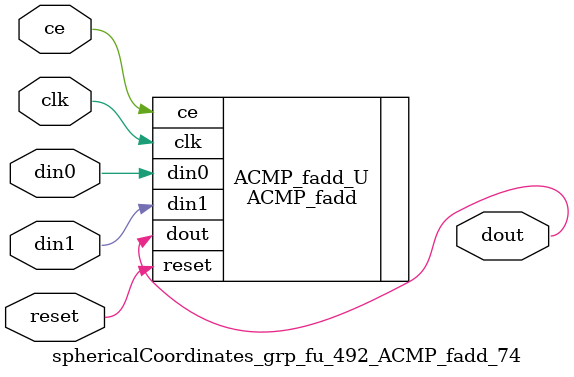
<source format=v>

`timescale 1 ns / 1 ps
module sphericalCoordinates_grp_fu_492_ACMP_fadd_74(
    clk,
    reset,
    ce,
    din0,
    din1,
    dout);

parameter ID = 32'd1;
parameter NUM_STAGE = 32'd1;
parameter din0_WIDTH = 32'd1;
parameter din1_WIDTH = 32'd1;
parameter dout_WIDTH = 32'd1;
input clk;
input reset;
input ce;
input[din0_WIDTH - 1:0] din0;
input[din1_WIDTH - 1:0] din1;
output[dout_WIDTH - 1:0] dout;



ACMP_fadd #(
.ID( ID ),
.NUM_STAGE( 4 ),
.din0_WIDTH( din0_WIDTH ),
.din1_WIDTH( din1_WIDTH ),
.dout_WIDTH( dout_WIDTH ))
ACMP_fadd_U(
    .clk( clk ),
    .reset( reset ),
    .ce( ce ),
    .din0( din0 ),
    .din1( din1 ),
    .dout( dout ));

endmodule

</source>
